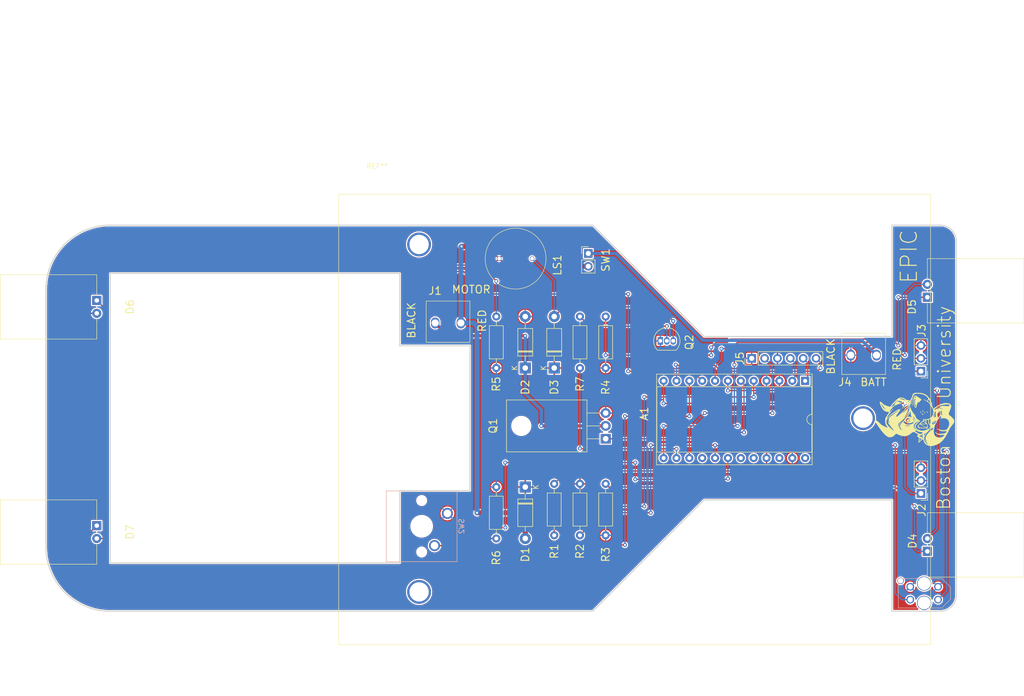
<source format=kicad_pcb>
(kicad_pcb (version 20240108) (generator "pcbnew") (generator_version "8.0")
  (layers (0 "F.Cu" signal) (31 "B.Cu" signal) (34 "B.Paste" user) (35 "F.Paste" user) (36 "B.SilkS" user "B.Silkscreen") (37 "F.SilkS" user "F.Silkscreen") (38 "B.Mask" user) (39 "F.Mask" user) (44 "Edge.Cuts" user))
  (net 0 "")
  (net 1 "/RXI")
  (net 2 "/TXO")
  (net 3 "GND")
  (net 4 "Net-(A1-D2)")
  (net 5 "Net-(A1-D3)")
  (net 6 "Net-(A1-D4)")
  (net 7 "Net-(A1-D5)")
  (net 8 "Net-(A1-D6)")
  (net 9 "Net-(A1-D7)")
  (net 10 "/DTR")
  (net 11 "Net-(A1-D9)")
  (net 12 "Net-(A1-D10)")
  (net 13 "Net-(A1-D16)")
  (net 14 "/CTS")
  (net 15 "/A0")
  (net 16 "Net-(A1-A1)")
  (net 17 "+5V")
  (net 18 "Net-(J4-Pin_1)")
  (net 19 "Net-(D1-A)")
  (net 20 "Net-(D2-K)")
  (net 21 "Net-(U1-A)")
  (net 22 "Net-(D4-K)")
  (net 23 "Net-(D5-K)")
  (net 24 "Net-(D6-K)")
  (net 25 "Net-(D7-K)")
  (net 26 "Net-(D3-A)")
  (net 27 "Net-(Q2-B)")
  (footprint "my_terminal:Wuerth_WR-WTB_64800211622_1x02_P1.50mm_Vertical" (layer "F.Cu") (at 233.934 75.565 180)
    (property "Reference" "J4" (at 3.683 -5.334 0) (layer "F.SilkS") (effects (font (size 1.524 1.524) (thickness 0.2032))))
    (property "Value" "Screw_Terminal_01x02")
    (pad "1" thru_hole oval (at -2.54 0 180) (size 1.651 2.159) (drill 1.397) (layers "*.Cu" "*.Mask") (net 18 "Net-(J4-Pin_1)"))
    (pad "2" thru_hole oval (at 2.54 0 180) (size 1.651 2.159) (drill 1.397) (layers "*.Cu" "*.Mask") (net 3 "GND"))
  )
  (footprint "my_10mm_led:LED_D10.0mm_white" (layer "F.Cu") (at 246.508 114.3 90)
    (property "Reference" "D4" (at 2.032 -2.922 90) (layer "F.SilkS") (effects (font (size 1.524 1.524) (thickness 0.2032))))
    (property "Value" "LED_White_10mm")
    (pad "1" thru_hole rect (at 0 0 90) (size 1.8 1.8) (drill 0.9) (layers "*.Cu" "*.Mask") (net 22 "Net-(D4-K)"))
    (pad "2" thru_hole circle (at 2.54 0 90) (size 1.8 1.8) (drill 0.9) (layers "*.Cu" "*.Mask") (net 6 "Net-(A1-D4)"))
  )
  (footprint "Connector_PinHeader_2.54mm:PinHeader_1x03_P2.54mm_Vertical" (layer "F.Cu") (at 245.238 102.87 180)
    (property "Reference" "J2" (at -0.126 -3.302 90) (layer "F.SilkS") (effects (font (size 1.524 1.524) (thickness 0.2032))))
    (property "Value" "Conn_01x03")
    (pad "1" thru_hole rect (at 0 0 180) (size 1.7 1.7) (drill 1) (layers "*.Cu" "*.Mask") (net 11 "Net-(A1-D9)"))
    (pad "2" thru_hole oval (at 0 2.54 180) (size 1.7 1.7) (drill 1) (layers "*.Cu" "*.Mask") (net 17 "+5V"))
    (pad "3" thru_hole oval (at 0 5.08 180) (size 1.7 1.7) (drill 1) (layers "*.Cu" "*.Mask") (net 3 "GND"))
  )
  (footprint "my_10mm_led:LED_D10.0mm_red" (layer "F.Cu") (at 82.55 109.22 -90)
    (property "Reference" "D7" (at 1.27 -6.56 -90) (layer "F.SilkS") (effects (font (size 1.524 1.524) (thickness 0.2032))))
    (property "Value" "LED_Red_10mm")
    (pad "1" thru_hole rect (at 0 0 270) (size 1.8 1.8) (drill 0.9) (layers "*.Cu" "*.Mask") (net 25 "Net-(D7-K)"))
    (pad "2" thru_hole circle (at 2.54 0 270) (size 1.8 1.8) (drill 0.9) (layers "*.Cu" "*.Mask") (net 9 "Net-(A1-D7)"))
  )
  (footprint "Resistor_THT:R_Axial_DIN0207_L6.3mm_D2.5mm_P10.16mm_Horizontal" (layer "F.Cu") (at 177.928 67.945 -90)
    (property "Reference" "R7" (at 13.335 0 90) (layer "F.SilkS") (effects (font (size 1.524 1.524) (thickness 0.2032))))
    (property "Value" "470")
    (pad "1" thru_hole circle (at 0 0 270) (size 1.6 1.6) (drill 0.8) (layers "*.Cu" "*.Mask") (net 27 "Net-(Q2-B)"))
    (pad "2" thru_hole oval (at 10.16 0 270) (size 1.6 1.6) (drill 0.8) (layers "*.Cu" "*.Mask") (net 13 "Net-(A1-D16)"))
  )
  (footprint "Diode_THT:D_DO-41_SOD81_P10.16mm_Horizontal" (layer "F.Cu") (at 167.133 78.105 90)
    (property "Reference" "D2" (at -3.81 0 90) (layer "F.SilkS") (effects (font (size 1.524 1.524) (thickness 0.2032))))
    (property "Value" "1N4004")
    (fp_text user "K" (at 0 -2.1 90) (layer "F.SilkS"))
    (pad "1" thru_hole rect (at 0 0 90) (size 2.2 2.2) (drill 1.1) (layers "*.Cu" "*.Mask") (net 20 "Net-(D2-K)"))
    (pad "2" thru_hole oval (at 10.16 0 90) (size 2.2 2.2) (drill 1.1) (layers "*.Cu" "*.Mask") (net 3 "GND"))
  )
  (footprint "Connector_PinHeader_2.54mm:PinHeader_1x03_P2.54mm_Vertical" (layer "F.Cu") (at 245.238 78.74 180)
    (property "Reference" "J3" (at -0.126 8.001 90) (layer "F.SilkS") (effects (font (size 1.524 1.524) (thickness 0.2032))))
    (property "Value" "Conn_01x03")
    (pad "1" thru_hole rect (at 0 0 180) (size 1.7 1.7) (drill 1) (layers "*.Cu" "*.Mask") (net 12 "Net-(A1-D10)"))
    (pad "2" thru_hole oval (at 0 2.54 180) (size 1.7 1.7) (drill 1) (layers "*.Cu" "*.Mask") (net 17 "+5V"))
    (pad "3" thru_hole oval (at 0 5.08 180) (size 1.7 1.7) (drill 1) (layers "*.Cu" "*.Mask") (net 3 "GND"))
  )
  (footprint "Diode_THT:D_DO-41_SOD81_P10.16mm_Horizontal" (layer "F.Cu") (at 167.133 101.6 -90)
    (property "Reference" "D1" (at 13.335 0 90) (layer "F.SilkS") (effects (font (size 1.524 1.524) (thickness 0.2032))))
    (property "Value" "1N4004")
    (fp_text user "K" (at 0 -2.1 90) (layer "F.SilkS"))
    (pad "1" thru_hole rect (at 0 0 270) (size 2.2 2.2) (drill 1.1) (layers "*.Cu" "*.Mask") (net 17 "+5V"))
    (pad "2" thru_hole oval (at 10.16 0 270) (size 2.2 2.2) (drill 1.1) (layers "*.Cu" "*.Mask") (net 19 "Net-(D1-A)"))
  )
  (footprint "MountingHole:MountingHole_2.7mm_M2.5_DIN965_Pad" (layer "F.Cu") (at 233.808 88.009)
    (property "Reference" "H2" (hide yes))
    (property "Value" "MountingHole")
    (pad "1" thru_hole circle (at 0 0) (size 4.7 4.7) (drill 2.7) (layers "*.Cu" "*.Mask"))
  )
  (footprint "Resistor_THT:R_Axial_DIN0207_L6.3mm_D2.5mm_P10.16mm_Horizontal" (layer "F.Cu") (at 183.008 67.945 -90)
    (property "Reference" "R4" (at 13.97 0 90) (layer "F.SilkS") (effects (font (size 1.524 1.524) (thickness 0.2032))))
    (property "Value" "200")
    (pad "1" thru_hole circle (at 0 0 270) (size 1.6 1.6) (drill 0.8) (layers "*.Cu" "*.Mask") (net 23 "Net-(D5-K)"))
    (pad "2" thru_hole oval (at 10.16 0 270) (size 1.6 1.6) (drill 0.8) (layers "*.Cu" "*.Mask") (net 3 "GND"))
  )
  (footprint "rhett_logo:rhett_logo" (layer "F.Cu") (at 243.968 88.265 90)
    (property "Reference" "N1" (hide yes))
    (property "Value" "Housing" (hide yes))
  )
  (footprint "Resistor_THT:R_Axial_DIN0207_L6.3mm_D2.5mm_P10.16mm_Horizontal" (layer "F.Cu") (at 177.928 111.125 90)
    (property "Reference" "R2" (at -3.175 0 90) (layer "F.SilkS") (effects (font (size 1.524 1.524) (thickness 0.2032))))
    (property "Value" "240")
    (pad "1" thru_hole circle (at 0 0 90) (size 1.6 1.6) (drill 0.8) (layers "*.Cu" "*.Mask") (net 15 "/A0"))
    (pad "2" thru_hole oval (at 10.16 0 90) (size 1.6 1.6) (drill 0.8) (layers "*.Cu" "*.Mask") (net 17 "+5V"))
  )
  (footprint "Resistor_THT:R_Axial_DIN0207_L6.3mm_D2.5mm_P10.16mm_Horizontal" (layer "F.Cu") (at 172.848 111.125 90)
    (property "Reference" "R1" (at -3.175 0 90) (layer "F.SilkS") (effects (font (size 1.524 1.524) (thickness 0.2032))))
    (property "Value" "150")
    (pad "1" thru_hole circle (at 0 0 90) (size 1.6 1.6) (drill 0.8) (layers "*.Cu" "*.Mask") (net 4 "Net-(A1-D2)"))
    (pad "2" thru_hole oval (at 10.16 0 90) (size 1.6 1.6) (drill 0.8) (layers "*.Cu" "*.Mask") (net 21 "Net-(U1-A)"))
  )
  (footprint "my_arduino:pro_micro_socket" (layer "F.Cu") (at 222.383 80.64 -90)
    (property "Reference" "A1" (at 6.482 31.756 -90) (layer "F.SilkS") (effects (font (size 1.524 1.524) (thickness 0.2032))))
    (property "Value" "Arduino_Pro_Micro")
    (pad "1" thru_hole rect (at 0 0 270) (size 1.6 1.6) (drill 0.8) (layers "*.Cu" "*.Mask") (net 1 "/RXI"))
    (pad "2" thru_hole oval (at 0 2.54 270) (size 1.6 1.6) (drill 0.8) (layers "*.Cu" "*.Mask") (net 2 "/TXO"))
    (pad "3" thru_hole oval (at 0 5.08 270) (size 1.6 1.6) (drill 0.8) (layers "*.Cu" "*.Mask") (net 3 "GND"))
    (pad "4" thru_hole oval (at 0 7.62 270) (size 1.6 1.6) (drill 0.8) (layers "*.Cu" "*.Mask") (net 3 "GND"))
    (pad "5" thru_hole oval (at 0 10.16 270) (size 1.6 1.6) (drill 0.8) (layers "*.Cu" "*.Mask") (net 4 "Net-(A1-D2)"))
    (pad "6" thru_hole oval (at 0 12.7 270) (size 1.6 1.6) (drill 0.8) (layers "*.Cu" "*.Mask") (net 5 "Net-(A1-D3)"))
    (pad "7" thru_hole oval (at 0 15.24 270) (size 1.6 1.6) (drill 0.8) (layers "*.Cu" "*.Mask") (net 6 "Net-(A1-D4)"))
    (pad "8" thru_hole oval (at 0 17.78 270) (size 1.6 1.6) (drill 0.8) (layers "*.Cu" "*.Mask") (net 7 "Net-(A1-D5)"))
    (pad "9" thru_hole oval (at 0 20.32 270) (size 1.6 1.6) (drill 0.8) (layers "*.Cu" "*.Mask") (net 8 "Net-(A1-D6)"))
    (pad "10" thru_hole oval (at 0 22.86 270) (size 1.6 1.6) (drill 0.8) (layers "*.Cu" "*.Mask") (net 9 "Net-(A1-D7)"))
    (pad "11" thru_hole oval (at 0 25.4 270) (size 1.6 1.6) (drill 0.8) (layers "*.Cu" "*.Mask") (net 10 "/DTR"))
    (pad "12" thru_hole oval (at 0 27.94 270) (size 1.6 1.6) (drill 0.8) (layers "*.Cu" "*.Mask") (net 11 "Net-(A1-D9)"))
    (pad "13" thru_hole oval (at 15.24 27.94 270) (size 1.6 1.6) (drill 0.8) (layers "*.Cu" "*.Mask") (net 12 "Net-(A1-D10)"))
    (pad "14" thru_hole oval (at 15.24 25.4 270) (size 1.6 1.6) (drill 0.8) (layers "*.Cu" "*.Mask") (net 13 "Net-(A1-D16)"))
    (pad "15" thru_hole oval (at 15.24 22.86 270) (size 1.6 1.6) (drill 0.8) (layers "*.Cu" "*.Mask") (net 14 "/CTS"))
    (pad "16" thru_hole oval (at 15.24 20.32 270) (size 1.6 1.6) (drill 0.8) (layers "*.Cu" "*.Mask"))
    (pad "17" thru_hole oval (at 15.24 17.78 270) (size 1.6 1.6) (drill 0.8) (layers "*.Cu" "*.Mask") (net 15 "/A0"))
    (pad "18" thru_hole oval (at 15.24 15.24 270) (size 1.6 1.6) (drill 0.8) (layers "*.Cu" "*.Mask") (net 16 "Net-(A1-A1)"))
    (pad "19" thru_hole oval (at 15.24 12.7 270) (size 1.6 1.6) (drill 0.8) (layers "*.Cu" "*.Mask"))
    (pad "20" thru_hole oval (at 15.24 10.16 270) (size 1.6 1.6) (drill 0.8) (layers "*.Cu" "*.Mask"))
    (pad "21" thru_hole oval (at 15.24 7.62 270) (size 1.6 1.6) (drill 0.8) (layers "*.Cu" "*.Mask") (net 17 "+5V"))
    (pad "22" thru_hole oval (at 15.24 5.08 270) (size 1.6 1.6) (drill 0.8) (layers "*.Cu" "*.Mask"))
    (pad "23" thru_hole oval (at 15.24 2.54 270) (size 1.6 1.6) (drill 0.8) (layers "*.Cu" "*.Mask") (net 3 "GND"))
    (pad "24" thru_hole oval (at 15.24 0 270) (size 1.6 1.6) (drill 0.8) (layers "*.Cu" "*.Mask"))
  )
  (footprint "MountingHole:MountingHole_2.7mm_M2.5_DIN965_Pad" (layer "F.Cu") (at 146.178 53.719)
    (property "Reference" "H1" (hide yes))
    (property "Value" "MountingHole")
    (pad "1" thru_hole circle (at 0 0) (size 4.7 4.7) (drill 2.7) (layers "*.Cu" "*.Mask"))
  )
  (footprint "Package_TO_SOT_THT:TO-92_Inline" (layer "F.Cu") (at 193.803 72.75)
    (property "Reference" "Q2" (at 5.714 0.275 90) (layer "F.SilkS") (effects (font (size 1.524 1.524) (thickness 0.2032))))
    (property "Value" "2N3904")
    (pad "1" thru_hole rect (at 0 0) (size 1.05 1.5) (drill 0.75) (layers "*.Cu" "*.Mask") (net 3 "GND"))
    (pad "2" thru_hole oval (at 1.27 0) (size 1.05 1.5) (drill 0.75) (layers "*.Cu" "*.Mask") (net 27 "Net-(Q2-B)"))
    (pad "3" thru_hole oval (at 2.54 0) (size 1.05 1.5) (drill 0.75) (layers "*.Cu" "*.Mask") (net 26 "Net-(D3-A)"))
  )
  (footprint "my_terminal:Wuerth_WR-WTB_64800211622_1x02_P1.50mm_Vertical" (layer "F.Cu") (at 151.893 69.215 180)
    (property "Reference" "J1" (at 2.54 6.35 180) (layer "F.SilkS") (effects (font (size 1.524 1.524) (thickness 0.2032))))
    (property "Value" "Screw_Terminal_01x02")
    (pad "1" thru_hole oval (at -2.54 0 180) (size 1.651 2.159) (drill 1.397) (layers "*.Cu" "*.Mask") (net 19 "Net-(D1-A)"))
    (pad "2" thru_hole oval (at 2.54 0 180) (size 1.651 2.159) (drill 1.397) (layers "*.Cu" "*.Mask") (net 20 "Net-(D2-K)"))
  )
  (footprint "MountingHole:MountingHole_2.7mm_M2.5_DIN965_Pad" (layer "F.Cu") (at 146.178 122.299)
    (property "Reference" "H3" (hide yes))
    (property "Value" "MountingHole")
    (pad "1" thru_hole circle (at 0 0) (size 4.7 4.7) (drill 2.7) (layers "*.Cu" "*.Mask"))
  )
  (footprint "my_terminal:speaker_d12mm_h8.5_p6.5" (layer "F.Cu") (at 165.228 56.515)
    (property "Reference" "LS1" (at 8.255 1.27 90) (layer "F.SilkS") (effects (font (size 1.524 1.524) (thickness 0.2032))))
    (property "Value" "Speaker")
    (pad "1" thru_hole circle (at -3.25 0) (size 0.9 0.9) (drill 0.7) (layers "*.Cu" "*.Mask") (net 17 "+5V"))
    (pad "2" thru_hole circle (at 3.25 0) (size 0.9 0.9) (drill 0.7) (layers "*.Cu" "*.Mask") (net 26 "Net-(D3-A)"))
  )
  (footprint "my_10mm_led:LED_D10.0mm_red" (layer "F.Cu") (at 82.55 64.77 -90)
    (property "Reference" "D6" (at 1.27 -6.56 90) (layer "F.SilkS") (effects (font (size 1.524 1.524) (thickness 0.2032))))
    (property "Value" "LED_Red_10mm")
    (pad "1" thru_hole rect (at 0 0 270) (size 1.8 1.8) (drill 0.9) (layers "*.Cu" "*.Mask") (net 24 "Net-(D6-K)"))
    (pad "2" thru_hole circle (at 2.54 0 270) (size 1.8 1.8) (drill 0.9) (layers "*.Cu" "*.Mask") (net 8 "Net-(A1-D6)"))
  )
  (footprint "Resistor_THT:R_Axial_DIN0207_L6.3mm_D2.5mm_P10.16mm_Horizontal" (layer "F.Cu") (at 161.418 111.76 90)
    (property "Reference" "R6" (at -3.81 0 90) (layer "F.SilkS") (effects (font (size 1.524 1.524) (thickness 0.2032))))
    (property "Value" "330")
    (pad "1" thru_hole circle (at 0 0 90) (size 1.6 1.6) (drill 0.8) (layers "*.Cu" "*.Mask") (net 25 "Net-(D7-K)"))
    (pad "2" thru_hole oval (at 10.16 0 90) (size 1.6 1.6) (drill 0.8) (layers "*.Cu" "*.Mask") (net 3 "GND"))
  )
  (footprint "Resistor_THT:R_Axial_DIN0207_L6.3mm_D2.5mm_P10.16mm_Horizontal" (layer "F.Cu") (at 183.008 100.965 -90)
    (property "Reference" "R3" (at 13.97 0 90) (layer "F.SilkS") (effects (font (size 1.524 1.524) (thickness 0.2032))))
    (property "Value" "200")
    (pad "1" thru_hole circle (at 0 0 270) (size 1.6 1.6) (drill 0.8) (layers "*.Cu" "*.Mask") (net 22 "Net-(D4-K)"))
    (pad "2" thru_hole oval (at 10.16 0 270) (size 1.6 1.6) (drill 0.8) (layers "*.Cu" "*.Mask") (net 3 "GND"))
  )
  (footprint "Package_TO_SOT_THT:TO-220-3_Horizontal_TabDown" (layer "F.Cu") (at 183.008 92.075 90)
    (property "Reference" "Q1" (at 2.54 -22.225 90) (layer "F.SilkS") (effects (font (size 1.524 1.524) (thickness 0.2032))))
    (property "Value" "IRF540N")
    (pad "" np_thru_hole oval (at 2.54 -16.66 90) (size 3.5 3.5) (drill 3.5) (layers "*.Cu" "*.Mask"))
    (pad "1" thru_hole rect (at 0 0 90) (size 1.905 2) (drill 1.1) (layers "*.Cu" "*.Mask") (net 5 "Net-(A1-D3)"))
    (pad "2" thru_hole oval (at 2.54 0 90) (size 1.905 2) (drill 1.1) (layers "*.Cu" "*.Mask") (net 20 "Net-(D2-K)"))
    (pad "3" thru_hole oval (at 5.08 0 90) (size 1.905 2) (drill 1.1) (layers "*.Cu" "*.Mask") (net 3 "GND"))
  )
  (footprint "my_10mm_led:LED_D10.0mm_white" (layer "F.Cu") (at 246.508 64.135 90)
    (property "Reference" "D5" (at -1.905 -3.049 90) (layer "F.SilkS") (effects (font (size 1.524 1.524) (thickness 0.2032))))
    (property "Value" "LED_White_10mm")
    (pad "1" thru_hole rect (at 0 0 90) (size 1.8 1.8) (drill 0.9) (layers "*.Cu" "*.Mask") (net 23 "Net-(D5-K)"))
    (pad "2" thru_hole circle (at 2.54 0 90) (size 1.8 1.8) (drill 0.9) (layers "*.Cu" "*.Mask") (net 7 "Net-(A1-D5)"))
  )
  (footprint "car_as:car_as" (layer "F.Cu") (at 107.443 5.713)
    (property "Reference" "REF**" (at 30.48 32.56 0) (layer "F.SilkS") (effects (font (thickness 0.1))))
    (property "Value" "car_as")
    (pad "" np_thru_hole circle (at 38.735 48.006) (size 3.81 3.81) (drill 3.81) (layers "F&B.Cu" "*.Mask"))
    (pad "" np_thru_hole circle (at 38.735 116.586) (size 3.81 3.81) (drill 3.81) (layers "F&B.Cu" "*.Mask"))
    (pad "" np_thru_hole circle (at 126.365 82.296) (size 3.81 3.81) (drill 3.81) (layers "F&B.Cu" "*.Mask"))
  )
  (footprint "Connector_PinHeader_2.54mm:PinHeader_1x06_P2.54mm_Vertical" (layer "F.Cu") (at 211.836 76.2 90)
    (property "Reference" "J5" (at 0 -2.33 90) (layer "F.SilkS") (effects (font (size 1.524 1.524) (thickness 0.2032))))
    (property "Value" "Conn_01x06")
    (pad "1" thru_hole rect (at 0 0 90) (size 1.7 1.7) (drill 1) (layers "*.Cu" "*.Mask") (net 3 "GND"))
    (pad "2" thru_hole oval (at 0 2.54 90) (size 1.7 1.7) (drill 1) (layers "*.Cu" "*.Mask") (net 14 "/CTS"))
    (pad "3" thru_hole oval (at 0 5.08 90) (size 1.7 1.7) (drill 1) (layers "*.Cu" "*.Mask") (net 17 "+5V"))
    (pad "4" thru_hole oval (at 0 7.62 90) (size 1.7 1.7) (drill 1) (layers "*.Cu" "*.Mask") (net 2 "/TXO"))
    (pad "5" thru_hole oval (at 0 10.16 90) (size 1.7 1.7) (drill 1) (layers "*.Cu" "*.Mask") (net 1 "/RXI"))
    (pad "6" thru_hole oval (at 0 12.7 90) (size 1.7 1.7) (drill 1) (layers "*.Cu" "*.Mask") (net 10 "/DTR"))
  )
  (footprint "Diode_THT:D_DO-41_SOD81_P10.16mm_Horizontal" (layer "F.Cu") (at 172.848 78.105 90)
    (property "Reference" "D3" (at -3.81 0 90) (layer "F.SilkS") (effects (font (size 1.524 1.524) (thickness 0.2032))))
    (property "Value" "1N4004")
    (fp_text user "K" (at 0 -2.1 90) (layer "F.SilkS"))
    (pad "1" thru_hole rect (at 0 0 90) (size 2.2 2.2) (drill 1.1) (layers "*.Cu" "*.Mask") (net 17 "+5V"))
    (pad "2" thru_hole oval (at 10.16 0 90) (size 2.2 2.2) (drill 1.1) (layers "*.Cu" "*.Mask") (net 26 "Net-(D3-A)"))
  )
  (footprint "Resistor_THT:R_Axial_DIN0207_L6.3mm_D2.5mm_P10.16mm_Horizontal" (layer "F.Cu") (at 161.418 67.945 -90)
    (property "Reference" "R5" (at 13.335 0 90) (layer "F.SilkS") (effects (font (size 1.524 1.524) (thickness 0.2032))))
    (property "Value" "330")
    (pad "1" thru_hole circle (at 0 0 270) (size 1.6 1.6) (drill 0.8) (layers "*.Cu" "*.Mask") (net 24 "Net-(D6-K)"))
    (pad "2" thru_hole oval (at 10.16 0 270) (size 1.6 1.6) (drill 0.8) (layers "*.Cu" "*.Mask") (net 3 "GND"))
  )
  (footprint "Connector_PinHeader_2.54mm:PinHeader_1x02_P2.54mm_Vertical" (layer "F.Cu") (at 179.578 55.494)
    (property "Reference" "SW1" (at 3.429 1.275 90) (layer "F.SilkS") (effects (font (size 1.524 1.524) (thickness 0.2032))))
    (property "Value" "SW_SPST")
    (pad "1" thru_hole rect (at 0 0) (size 1.7 1.7) (drill 1) (layers "*.Cu" "*.Mask") (net 18 "Net-(J4-Pin_1)"))
    (pad "2" thru_hole oval (at 0 2.54) (size 1.7 1.7) (drill 1) (layers "*.Cu" "*.Mask") (net 19 "Net-(D1-A)"))
  )
  (footprint "my_opto:TCRT5000" (layer "B.Cu") (at 245.873 122.555)
    (property "Reference" "U1" (hide yes))
    (property "Value" "TCRT5000")
    (pad "1" thru_hole circle (at 2.7432 1.27) (size 1.524 1.524) (drill 1.016) (layers "*.Cu" "*.Mask") (net 21 "Net-(U1-A)"))
    (pad "2" thru_hole circle (at 2.7432 -1.27) (size 1.524 1.524) (drill 1.016) (layers "*.Cu" "*.Mask") (net 3 "GND"))
    (pad "3" thru_hole circle (at -2.7432 1.27) (size 1.524 1.524) (drill 1.016) (layers "*.Cu" "*.Mask") (net 15 "/A0"))
    (pad "4" thru_hole circle (at -2.7432 -1.27) (size 1.524 1.524) (drill 1.016) (layers "*.Cu" "*.Mask") (net 3 "GND"))
    (pad "5" thru_hole circle (at 0 1.905) (size 2.794 2.794) (drill 2.54) (layers "*.Cu" "*.Mask"))
    (pad "6" thru_hole circle (at 0 -1.905) (size 2.794 2.794) (drill 2.54) (layers "*.Cu" "*.Mask"))
    (pad "7" thru_hole circle (at -4.6482 -2.4384) (size 1.27 1.27) (drill 1.016) (layers "*.Cu" "*.Mask"))
  )
  (footprint "my_cherry:SW_Cherry_MX_1.00u_PCB" (layer "B.Cu") (at 151.765 106.807 90)
    (property "Reference" "SW2" (at -2.54 2.794 90) (layer "B.SilkS") (effects (justify mirror)))
    (property "Value" "SW_Push")
    (pad "" np_thru_hole circle (at -7.62 -5.08 90) (size 1.7 1.7) (drill 1.7) (layers "*.Cu" "*.Mask"))
    (pad "" np_thru_hole circle (at -2.54 -5.08 90) (size 4 4) (drill 4) (layers "*.Cu" "*.Mask"))
    (pad "" np_thru_hole circle (at 2.54 -5.08 90) (size 1.7 1.7) (drill 1.7) (layers "*.Cu" "*.Mask"))
    (pad "1" thru_hole circle (at 0 0 90) (size 2.2 2.2) (drill 1.5) (layers "*.Cu" "*.Mask") (net 3 "GND"))
    (pad "2" thru_hole circle (at -6.35 -2.54 90) (size 2.2 2.2) (drill 1.5) (layers "*.Cu" "*.Mask") (net 16 "Net-(A1-A1)"))
  )
  (gr_line (start 252.222 122.935999) (end 252.222 53.086) (stroke (width 0.2)) (layer "Edge.Cuts"))
  (gr_line (start 142.367 102.3112) (end 156.218371 102.3112) (stroke (width 0.2)) (layer "Edge.Cuts"))
  (gr_line (start 239.522 104.142) (end 239.522 126.111) (stroke (width 0.2)) (layer "Edge.Cuts"))
  (gr_line (start 85.216998 126.111) (end 180.467 126.111) (stroke (width 0.2)) (layer "Edge.Cuts"))
  (gr_line (start 202.436 104.142) (end 239.522 104.142) (stroke (width 0.2)) (layer "Edge.Cuts"))
  (gr_line (start 85.217 59.436) (end 142.367 59.436) (stroke (width 0.2)) (layer "Edge.Cuts"))
  (gr_line (start 142.367 73.7108) (end 156.218371 73.7108) (stroke (width 0.2)) (layer "Edge.Cuts"))
  (gr_line (start 202.436 71.88) (end 239.522 71.88) (stroke (width 0.2)) (layer "Edge.Cuts"))
  (gr_line (start 239.522 49.911) (end 249.047002 49.911) (stroke (width 0.2)) (layer "Edge.Cuts"))
  (gr_line (start 85.217 104.142) (end 85.217 59.436) (stroke (width 0.2)) (layer "Edge.Cuts"))
  (gr_arc (start 72.517 62.611) (mid 76.236744 53.630744) (end 85.217 49.911) (stroke (width 0.2)) (layer "Edge.Cuts"))
  (gr_arc (start 252.222 122.936) (mid 251.292064 125.181064) (end 249.047 126.111) (stroke (width 0.2)) (layer "Edge.Cuts"))
  (gr_arc (start 249.047 49.911) (mid 251.292064 50.840936) (end 252.222 53.086) (stroke (width 0.2)) (layer "Edge.Cuts"))
  (gr_line (start 142.367 59.436) (end 142.367 73.7108) (stroke (width 0.2)) (layer "Edge.Cuts"))
  (gr_line (start 142.367 102.3112) (end 142.367 116.586) (stroke (width 0.2)) (layer "Edge.Cuts"))
  (gr_line (start 239.522 126.111) (end 249.047 126.111) (stroke (width 0.2)) (layer "Edge.Cuts"))
  (gr_line (start 180.467 49.911) (end 85.217002 49.911) (stroke (width 0.2)) (layer "Edge.Cuts"))
  (gr_arc (start 85.217002 126.111) (mid 76.236744 122.391257) (end 72.517 113.411) (stroke (width 0.2)) (layer "Edge.Cuts"))
  (gr_line (start 180.467 49.911) (end 202.436 71.88) (stroke (width 0.2)) (layer "Edge.Cuts"))
  (gr_line (start 85.217 116.586) (end 142.367 116.586) (stroke (width 0.2)) (layer "Edge.Cuts"))
  (gr_line (start 85.217 116.586) (end 85.217 104.142) (stroke (width 0.2)) (layer "Edge.Cuts"))
  (gr_line (start 156.218371 102.3112) (end 156.218371 73.7108) (stroke (width 0.2)) (layer "Edge.Cuts"))
  (gr_line (start 72.517 62.611) (end 72.517 113.411) (stroke (width 0.2)) (layer "Edge.Cuts"))
  (gr_line (start 239.522 49.911) (end 239.522 71.88) (stroke (width 0.2)) (layer "Edge.Cuts"))
  (gr_line (start 180.467 126.111) (end 202.436 104.142) (stroke (width 0.2)) (layer "Edge.Cuts"))
  (gr_text "BLACK" (at 228.346 79.502 90) (layer "F.SilkS") (effects (font (size 1.524 1.524) (thickness 0.2032)) (justify left bottom)))
  (gr_text "EPIC" (at 244.729 61.595 90) (layer "F.SilkS") (effects (font (size 3.175 3.175) (thickness 0.2032)) (justify left bottom)))
  (gr_text "Boston" (at 251.206 99.695 90) (layer "F.SilkS") (effects (font (size 2.54 2.54) (thickness 0.2032)) (justify bottom)))
  (gr_text "University" (at 251.333 75.057 90) (layer "F.SilkS") (effects (font (size 2.54 2.54) (thickness 0.2032)) (justify bottom)))
  (gr_text "BATT" (at 233.172 81.788 0) (layer "F.SilkS") (effects (font (size 1.524 1.524) (thickness 0.2032)) (justify left bottom)))
  (gr_text "MOTOR" (at 152.528 63.5 0) (layer "F.SilkS") (effects (font (size 1.524 1.524) (thickness 0.2032)) (justify left bottom)))
  (gr_text "RED" (at 241.428 78.74 90) (layer "F.SilkS") (effects (font (size 1.524 1.524) (thickness 0.2032)) (justify left bottom)))
  (gr_text "RED" (at 159.513 71.12 90) (layer "F.SilkS") (effects (font (size 1.524 1.524) (thickness 0.2032)) (justify left bottom)))
  (gr_text "BLACK" (at 145.543 72.39 90) (layer "F.SilkS") (effects (font (size 1.524 1.524) (thickness 0.2032)) (justify left bottom)))
  (segment (start 221.996 76.2) (end 222.885 77.089) (width 0.254) (layer "B.Cu") (net 1))
  (segment (start 222.885 80.138) (end 222.383 80.64) (width 0.254) (layer "B.Cu") (net 1))
  (segment (start 222.885 77.089) (end 222.885 80.138) (width 0.254) (layer "B.Cu") (net 1))
  (segment (start 220.345 77.089) (end 220.345 80.138) (width 0.254) (layer "B.Cu") (net 2))
  (segment (start 220.345 80.138) (end 219.843 80.64) (width 0.254) (layer "B.Cu") (net 2))
  (segment (start 219.456 76.2) (end 220.345 77.089) (width 0.254) (layer "B.Cu") (net 2))
  (segment (start 172.848 109.855) (end 177.293 105.41) (width 0.254) (layer "F.Cu") (net 4))
  (segment (start 190.628 83.82) (end 212.218 83.82) (width 0.254) (layer "F.Cu") (net 4))
  (segment (start 172.848 111.125) (end 172.848 109.855) (width 0.254) (layer "F.Cu") (net 4))
  (segment (start 177.293 105.41) (end 190.628 105.41) (width 0.254) (layer "F.Cu") (net 4))
  (via (at 190.628 83.82) (size 0.7874) (drill 0.4064) (layers "F.Cu" "B.Cu") (net 4))
  (via (at 212.218 83.82) (size 0.7874) (drill 0.4064) (layers "F.Cu" "B.Cu") (net 4))
  (via (at 190.628 105.41) (size 0.7874) (drill 0.4064) (layers "F.Cu" "B.Cu") (net 4))
  (segment (start 190.628 105.41) (end 190.628 83.82) (width 0.254) (layer "B.Cu") (net 4))
  (segment (start 212.223 83.815) (end 212.223 80.64) (width 0.254) (layer "B.Cu") (net 4))
  (segment (start 212.218 83.82) (end 212.223 83.815) (width 0.254) (layer "B.Cu") (net 4))
  (segment (start 205.233 90.805) (end 210.313 90.805) (width 0.254) (layer "F.Cu") (net 5))
  (segment (start 183.008 92.075) (end 203.963 92.075) (width 0.254) (layer "F.Cu") (net 5))
  (segment (start 203.963 92.075) (end 205.233 90.805) (width 0.254) (layer "F.Cu") (net 5))
  (via (at 210.313 90.805) (size 0.7874) (drill 0.4064) (layers "F.Cu" "B.Cu") (net 5))
  (segment (start 210.313 81.27) (end 209.683 80.64) (width 0.254) (layer "B.Cu") (net 5))
  (segment (start 210.313 90.805) (end 210.313 81.27) (width 0.254) (layer "B.Cu") (net 5))
  (segment (start 248.413 82.55) (end 207.138 82.55) (width 0.254) (layer "F.Cu") (net 6))
  (via (at 248.413 82.55) (size 0.7874) (drill 0.4064) (layers "F.Cu" "B.Cu") (net 6))
  (via (at 207.138 82.55) (size 0.7874) (drill 0.4064) (layers "F.Cu" "B.Cu") (net 6))
  (segment (start 207.138 80.645) (end 207.143 80.64) (width 0.254) (layer "B.Cu") (net 6))
  (segment (start 246.508 111.76) (end 248.413 109.855) (width 0.254) (layer "B.Cu") (net 6))
  (segment (start 248.413 109.855) (end 248.413 82.55) (width 0.254) (layer "B.Cu") (net 6))
  (segment (start 207.138 82.55) (end 207.138 80.645) (width 0.254) (layer "B.Cu") (net 6))
  (segment (start 241.678776 75.565) (end 242.063 75.565) (width 0.254) (layer "F.Cu") (net 7))
  (segment (start 209.043 73.025) (end 239.138776 73.025) (width 0.254) (layer "F.Cu") (net 7))
  (segment (start 239.138776 73.025) (end 241.678776 75.565) (width 0.254) (layer "F.Cu") (net 7))
  (segment (start 205.867 74.295) (end 207.773 74.295) (width 0.254) (layer "F.Cu") (net 7))
  (segment (start 207.773 74.295) (end 209.043 73.025) (width 0.254) (layer "F.Cu") (net 7))
  (via (at 205.867 74.295) (size 0.7874) (drill 0.4064) (layers "F.Cu" "B.Cu") (net 7))
  (via (at 242.063 75.565) (size 0.7874) (drill 0.4064) (layers "F.Cu" "B.Cu") (net 7))
  (segment (start 242.063 63.5) (end 243.968 61.595) (width 0.254) (layer "B.Cu") (net 7))
  (segment (start 204.603 80.64) (end 204.603 77.845) (width 0.254) (layer "B.Cu") (net 7))
  (segment (start 243.968 61.595) (end 246.508 61.595) (width 0.254) (layer "B.Cu") (net 7))
  (segment (start 205.867 76.581) (end 205.867 74.295) (width 0.254) (layer "B.Cu") (net 7))
  (segment (start 204.603 77.845) (end 205.867 76.581) (width 0.254) (layer "B.Cu") (net 7))
  (segment (start 242.063 75.565) (end 242.063 63.5) (width 0.254) (layer "B.Cu") (net 7))
  (segment (start 159.385 63.5) (end 187.453 63.5) (width 0.254) (layer "F.Cu") (net 8))
  (segment (start 144.145 59.055) (end 154.94 59.055) (width 0.254) (layer "F.Cu") (net 8))
  (segment (start 154.94 59.055) (end 159.385 63.5) (width 0.254) (layer "F.Cu") (net 8))
  (segment (start 187.453 78.74) (end 200.163 78.74) (width 0.254) (layer "F.Cu") (net 8))
  (segment (start 77.47 58.095) (end 79.665 55.9) (width 0.254) (layer "F.Cu") (net 8))
  (segment (start 200.163 78.74) (end 202.063 80.64) (width 0.254) (layer "F.Cu") (net 8))
  (segment (start 140.99 55.9) (end 144.145 59.055) (width 0.254) (layer "F.Cu") (net 8))
  (segment (start 79.375 67.31) (end 77.47 65.405) (width 0.254) (layer "F.Cu") (net 8))
  (segment (start 79.665 55.9) (end 140.99 55.9) (width 0.254) (layer "F.Cu") (net 8))
  (segment (start 82.55 67.31) (end 79.375 67.31) (width 0.254) (layer "F.Cu") (net 8))
  (segment (start 77.47 65.405) (end 77.47 58.095) (width 0.254) (layer "F.Cu") (net 8))
  (via (at 187.453 63.5) (size 0.7874) (drill 0.4064) (layers "F.Cu" "B.Cu") (net 8))
  (via (at 187.453 78.74) (size 0.7874) (drill 0.4064) (layers "F.Cu" "B.Cu") (net 8))
  (segment (start 187.453 63.5) (end 187.453 78.74) (width 0.254) (layer "B.Cu") (net 8))
  (segment (start 140.95 122.575) (end 146.05 117.475) (width 0.254) (layer "F.Cu") (net 9))
  (segment (start 186.818 87.63) (end 199.518 87.63) (width 0.254) (layer "F.Cu") (net 9))
  (segment (start 77.851 106.426) (end 77.343 106.934) (width 0.254) (layer "F.Cu") (net 9))
  (segment (start 84.455 111.379) (end 84.455 107.188) (width 0.254) (layer "F.Cu") (net 9))
  (segment (start 77.343 120.142) (end 79.665 122.464) (width 0.254) (layer "F.Cu") (net 9))
  (segment (start 146.05 117.475) (end 181.61 117.475) (width 0.254) (layer "F.Cu") (net 9))
  (segment (start 84.074 111.76) (end 84.455 111.379) (width 0.254) (layer "F.Cu") (net 9))
  (segment (start 84.455 107.188) (end 83.693 106.426) (width 0.254) (layer "F.Cu") (net 9))
  (segment (start 79.665 122.575) (end 140.95 122.575) (width 0.254) (layer "F.Cu") (net 9))
  (segment (start 77.343 106.934) (end 77.343 120.142) (width 0.254) (layer "F.Cu") (net 9))
  (segment (start 181.61 117.475) (end 186.055 113.03) (width 0.254) (layer "F.Cu") (net 9))
  (segment (start 79.665 122.464) (end 79.665 122.575) (width 0.254) (layer "F.Cu") (net 9))
  (segment (start 83.693 106.426) (end 77.851 106.426) (width 0.254) (layer "F.Cu") (net 9))
  (segment (start 82.55 111.76) (end 84.074 111.76) (width 0.254) (layer "F.Cu") (net 9))
  (segment (start 186.055 113.03) (end 186.818 113.03) (width 0.254) (layer "F.Cu") (net 9))
  (via (at 186.818 113.03) (size 0.7874) (drill 0.4064) (layers "F.Cu" "B.Cu") (net 9))
  (via (at 199.518 87.63) (size 0.7874) (drill 0.4064) (layers "F.Cu" "B.Cu") (net 9))
  (via (at 186.818 87.63) (size 0.7874) (drill 0.4064) (layers "F.Cu" "B.Cu") (net 9))
  (segment (start 199.523 87.625) (end 199.523 80.64) (width 0.254) (layer "B.Cu") (net 9))
  (segment (start 186.818 113.03) (end 186.818 87.63) (width 0.254) (layer "B.Cu") (net 9))
  (segment (start 199.518 87.63) (end 199.523 87.625) (width 0.254) (layer "B.Cu") (net 9))
  (segment (start 205.74 78.74) (end 204.597 77.597) (width 0.254) (layer "F.Cu") (net 10))
  (segment (start 225.425 78.105) (end 224.79 78.74) (width 0.254) (layer "F.Cu") (net 10))
  (segment (start 196.977 77.597) (end 196.85 77.47) (width 0.254) (layer "F.Cu") (net 10))
  (segment (start 224.79 78.74) (end 205.74 78.74) (width 0.254) (layer "F.Cu") (net 10))
  (segment (start 204.597 77.597) (end 196.977 77.597) (width 0.254) (layer "F.Cu") (net 10))
  (via (at 196.85 77.47) (size 0.7874) (drill 0.4064) (layers "F.Cu" "B.Cu") (net 10))
  (via (at 225.425 78.105) (size 0.7874) (drill 0.4064) (layers "F.Cu" "B.Cu") (net 10))
  (segment (start 196.85 77.47) (end 196.983 77.603) (width 0.254) (layer "B.Cu") (net 10))
  (segment (start 196.983 77.603) (end 196.983 80.64) (width 0.254) (layer "B.Cu") (net 10))
  (segment (start 224.536 76.2) (end 225.425 77.089) (width 0.254) (layer "B.Cu") (net 10))
  (segment (start 225.425 77.089) (end 225.425 78.105) (width 0.254) (layer "B.Cu") (net 10))
  (segment (start 242.063 85.09) (end 194.438 85.09) (width 0.254) (layer "F.Cu") (net 11))
  (via (at 194.438 85.09) (size 0.7874) (drill 0.4064) (layers "F.Cu" "B.Cu") (net 11))
  (via (at 242.063 85.09) (size 0.7874) (drill 0.4064) (layers "F.Cu" "B.Cu") (net 11))
  (segment (start 245.238 102.87) (end 243.333 102.87) (width 0.254) (layer "B.Cu") (net 11))
  (segment (start 243.333 102.87) (end 242.063 101.6) (width 0.254) (layer "B.Cu") (net 11))
  (segment (start 194.438 85.09) (end 194.443 85.085) (width 0.254) (layer "B.Cu") (net 11))
  (segment (start 194.443 85.085) (end 194.443 80.64) (width 0.254) (layer "B.Cu") (net 11))
  (segment (start 242.063 101.6) (end 242.063 85.09) (width 0.254) (layer "B.Cu") (net 11))
  (segment (start 242.698 78.74) (end 237.618 73.66) (width 0.254) (layer "F.Cu") (net 12))
  (segment (start 208.408 75.437) (end 208.408 77.47) (width 0.254) (layer "F.Cu") (net 12))
  (segment (start 237.618 73.66) (end 210.185 73.66) (width 0.254) (layer "F.Cu") (net 12))
  (segment (start 210.185 73.66) (end 208.408 75.437) (width 0.254) (layer "F.Cu") (net 12))
  (segment (start 245.238 78.74) (end 242.698 78.74) (width 0.254) (layer "F.Cu") (net 12))
  (segment (start 209.043 89.535) (end 194.438 89.535) (width 0.254) (layer "F.Cu") (net 12))
  (via (at 208.408 77.47) (size 0.7874) (drill 0.4064) (layers "F.Cu" "B.Cu") (net 12))
  (via (at 194.438 89.535) (size 0.7874) (drill 0.4064) (layers "F.Cu" "B.Cu") (net 12))
  (via (at 209.043 89.535) (size 0.7874) (drill 0.4064) (layers "F.Cu" "B.Cu") (net 12))
  (segment (start 208.408 77.47) (end 208.408 88.9) (width 0.254) (layer "B.Cu") (net 12))
  (segment (start 208.408 88.9) (end 209.043 89.535) (width 0.254) (layer "B.Cu") (net 12))
  (segment (start 194.443 89.54) (end 194.443 95.88) (width 0.254) (layer "B.Cu") (net 12))
  (segment (start 194.438 89.535) (end 194.443 89.54) (width 0.254) (layer "B.Cu") (net 12))
  (segment (start 177.928 93.98) (end 178.0137 94.0657) (width 0.254) (layer "F.Cu") (net 13))
  (segment (start 196.978 94.0657) (end 196.978 94.0652) (width 0.254) (layer "F.Cu") (net 13))
  (segment (start 178.0137 94.0657) (end 196.978 94.0657) (width 0.254) (layer "F.Cu") (net 13))
  (via (at 177.928 93.98) (size 0.7874) (drill 0.4064) (layers "F.Cu" "B.Cu") (net 13))
  (via (at 196.978 94.0652) (size 0.7874) (drill 0.4064) (layers "F.Cu" "B.Cu") (net 13))
  (segment (start 177.928 78.105) (end 177.928 93.98) (width 0.254) (layer "B.Cu") (net 13))
  (segment (start 196.978 95.875) (end 196.983 95.88) (width 0.254) (layer "B.Cu") (net 13))
  (segment (start 196.978 94.0652) (end 196.978 95.875) (width 0.254) (layer "B.Cu") (net 13))
  (segment (start 215.9 86.995) (end 202.565 86.995) (width 0.254) (layer "F.Cu") (net 14))
  (via (at 202.565 86.995) (size 0.7874) (drill 0.4064) (layers "F.Cu" "B.Cu") (net 14))
  (via (at 215.9 86.995) (size 0.7874) (drill 0.4064) (layers "F.Cu" "B.Cu") (net 14))
  (segment (start 199.523 90.037) (end 199.523 95.88) (width 0.254) (layer "B.Cu") (net 14))
  (segment (start 215.9 77.724) (end 215.9 86.995) (width 0.254) (layer "B.Cu") (net 14))
  (segment (start 202.565 86.995) (end 199.523 90.037) (width 0.254) (layer "B.Cu") (net 14))
  (segment (start 214.376 76.2) (end 215.9 77.724) (width 0.254) (layer "B.Cu") (net 14))
  (segment (start 240.158 93.345) (end 240.0723 93.4307) (width 0.254) (layer "F.Cu") (net 15))
  (segment (start 240.0723 93.4307) (end 204.6837 93.4307) (width 0.254) (layer "F.Cu") (net 15))
  (segment (start 204.6837 93.4307) (end 204.598 93.345) (width 0.254) (layer "F.Cu") (net 15))
  (segment (start 177.928 111.125) (end 182.373 106.68) (width 0.254) (layer "F.Cu") (net 15))
  (segment (start 182.373 106.68) (end 191.898 106.68) (width 0.254) (layer "F.Cu") (net 15))
  (segment (start 191.898 93.345) (end 204.598 93.345) (width 0.254) (layer "F.Cu") (net 15))
  (via (at 191.898 106.68) (size 0.7874) (drill 0.4064) (layers "F.Cu" "B.Cu") (net 15))
  (via (at 240.158 93.345) (size 0.7874) (drill 0.4064) (layers "F.Cu" "B.Cu") (net 15))
  (via (at 191.898 93.345) (size 0.7874) (drill 0.4064) (layers "F.Cu" "B.Cu") (net 15))
  (via (at 204.598 93.345) (size 0.7874) (drill 0.4064) (layers "F.Cu" "B.Cu") (net 15))
  (segment (start 243.1298 123.825) (end 241.428 123.825) (width 0.254) (layer "B.Cu") (net 15))
  (segment (start 204.598 93.345) (end 204.598 95.875) (width 0.254) (layer "B.Cu") (net 15))
  (segment (start 191.898 106.68) (end 191.898 93.345) (width 0.254) (layer "B.Cu") (net 15))
  (segment (start 240.158 122.555) (end 240.158 93.345) (width 0.254) (layer "B.Cu") (net 15))
  (segment (start 204.598 95.875) (end 204.603 95.88) (width 0.254) (layer "B.Cu") (net 15))
  (segment (start 241.428 123.825) (end 240.158 122.555) (width 0.254) (layer "B.Cu") (net 15))
  (segment (start 163.195 96.774) (end 188.849 96.774) (width 0.254) (layer "F.Cu") (net 16))
  (segment (start 188.849 100.076) (end 207.01 100.076) (width 0.254) (layer "F.Cu") (net 16))
  (segment (start 151.384 113.157) (end 154.94 109.601) (width 0.254) (layer "F.Cu") (net 16))
  (segment (start 149.225 113.157) (end 151.384 113.157) (width 0.254) (layer "F.Cu") (net 16))
  (segment (start 207.01 100.076) (end 207.137 99.949) (width 0.254) (layer "F.Cu") (net 16))
  (segment (start 154.94 109.601) (end 163.195 109.601) (width 0.254) (layer "F.Cu") (net 16))
  (via (at 207.137 99.949) (size 0.7874) (drill 0.4064) (layers "F.Cu" "B.Cu") (net 16))
  (via (at 163.195 96.774) (size 0.7874) (drill 0.4064) (layers "F.Cu" "B.Cu") (net 16))
  (via (at 188.849 100.076) (size 0.7874) (drill 0.4064) (layers "F.Cu" "B.Cu") (net 16))
  (via (at 163.195 109.601) (size 0.7874) (drill 0.4064) (layers "F.Cu" "B.Cu") (net 16))
  (via (at 188.849 96.774) (size 0.7874) (drill 0.4064) (layers "F.Cu" "B.Cu") (net 16))
  (segment (start 207.143 99.943) (end 207.143 95.88) (width 0.254) (layer "B.Cu") (net 16))
  (segment (start 188.849 96.774) (end 188.849 100.076) (width 0.254) (layer "B.Cu") (net 16))
  (segment (start 163.195 109.601) (end 163.195 96.774) (width 0.254) (layer "B.Cu") (net 16))
  (segment (start 207.137 99.949) (end 207.143 99.943) (width 0.254) (layer "B.Cu") (net 16))
  (segment (start 236.474 75.565) (end 233.553 72.644) (width 0.635) (layer "B.Cu") (net 18))
  (segment (start 185.034 55.494) (end 179.578 55.494) (width 0.635) (layer "B.Cu") (net 18))
  (segment (start 233.553 72.644) (end 202.184 72.644) (width 0.635) (layer "B.Cu") (net 18))
  (segment (start 202.184 72.644) (end 185.034 55.494) (width 0.635) (layer "B.Cu") (net 18))
  (segment (start 167.133 109.855) (end 163.958 106.68) (width 1.016) (layer "F.Cu") (net 19))
  (segment (start 163.958 106.68) (end 157.608 106.68) (width 1.016) (layer "F.Cu") (net 19))
  (segment (start 176.017 58.034) (end 179.578 58.034) (width 1.016) (layer "F.Cu") (net 19))
  (segment (start 167.133 111.76) (end 167.133 109.855) (width 1.016) (layer "F.Cu") (net 19))
  (segment (start 154.559 54.102) (end 172.085 54.102) (width 1.016) (layer "F.Cu") (net 19))
  (segment (start 172.085 54.102) (end 176.017 58.034) (width 1.016) (layer "F.Cu") (net 19))
  (via (at 154.559 54.102) (size 0.7874) (drill 0.4064) (layers "F.Cu" "B.Cu") (net 19))
  (via (at 157.608 106.68) (size 0.7874) (drill 0.4064) (layers "F.Cu" "B.Cu") (net 19))
  (segment (start 154.433 54.228) (end 154.559 54.102) (width 1.016) (layer "B.Cu") (net 19))
  (segment (start 157.608 106.68) (end 157.608 69.85) (width 1.016) (layer "B.Cu") (net 19))
  (segment (start 157.608 69.85) (end 156.973 69.215) (width 1.016) (layer "B.Cu") (net 19))
  (segment (start 156.973 69.215) (end 154.433 69.215) (width 1.016) (layer "B.Cu") (net 19))
  (segment (start 154.433 69.215) (end 154.433 54.228) (width 1.016) (layer "B.Cu") (net 19))
  (segment (start 149.353 69.215) (end 151.893 71.755) (width 0.635) (layer "F.Cu") (net 20))
  (segment (start 151.893 71.755) (end 167.133 71.755) (width 0.635) (layer "F.Cu") (net 20))
  (segment (start 170.308 89.535) (end 183.008 89.535) (width 0.635) (layer "F.Cu") (net 20))
  (via (at 167.133 71.755) (size 0.7874) (drill 0.4064) (layers "F.Cu" "B.Cu") (net 20))
  (via (at 170.308 89.535) (size 0.7874) (drill 0.4064) (layers "F.Cu" "B.Cu") (net 20))
  (segment (start 167.133 83.185) (end 170.308 86.36) (width 0.635) (layer "B.Cu") (net 20))
  (segment (start 170.308 86.36) (end 170.308 89.535) (width 0.635) (layer "B.Cu") (net 20))
  (segment (start 167.133 78.105) (end 167.133 83.185) (width 0.635) (layer "B.Cu") (net 20))
  (segment (start 167.133 71.755) (end 167.133 78.105) (width 0.635) (layer "B.Cu") (net 20))
  (segment (start 229.363 94.615) (end 250.318 94.615) (width 0.254) (layer "F.Cu") (net 21))
  (segment (start 175.388 98.425) (end 225.553 98.425) (width 0.254) (layer "F.Cu") (net 21))
  (segment (start 225.553 98.425) (end 229.363 94.615) (width 0.254) (layer "F.Cu") (net 21))
  (segment (start 172.848 100.965) (end 175.388 98.425) (width 0.254) (layer "F.Cu") (net 21))
  (via (at 250.318 94.615) (size 0.7874) (drill 0.4064) (layers "F.Cu" "B.Cu") (net 21))
  (segment (start 250.318 94.615) (end 250.318 122.1232) (width 0.254) (layer "B.Cu") (net 21))
  (segment (start 250.318 122.1232) (end 248.6162 123.825) (width 0.254) (layer "B.Cu") (net 21))
  (segment (start 183.643 101.6) (end 240.158 101.6) (width 0.254) (layer "F.Cu") (net 22))
  (segment (start 240.158 101.6) (end 243.968 105.41) (width 0.254) (layer "F.Cu") (net 22))
  (segment (start 183.008 100.965) (end 183.643 101.6) (width 0.254) (layer "F.Cu") (net 22))
  (via (at 243.968 105.41) (size 0.7874) (drill 0.4064) (layers "F.Cu" "B.Cu") (net 22))
  (segment (start 244.603 114.3) (end 246.508 114.3) (width 0.254) (layer "B.Cu") (net 22))
  (segment (start 243.968 113.665) (end 244.603 114.3) (width 0.254) (layer "B.Cu") (net 22))
  (segment (start 243.968 105.41) (end 243.968 113.665) (width 0.254) (layer "B.Cu") (net 22))
  (segment (start 240.793 64.135) (end 246.508 64.135) (width 0.254) (layer "F.Cu") (net 23))
  (segment (start 207.645 72.39) (end 239.523 72.39) (width 0.254) (layer "F.Cu") (net 23))
  (segment (start 204.851 73.025) (end 207.01 73.025) (width 0.254) (layer "F.Cu") (net 23))
  (segment (start 207.01 73.025) (end 207.645 72.39) (width 0.254) (layer "F.Cu") (net 23))
  (segment (start 183.008 75.565) (end 203.835 75.565) (width 0.254) (layer "F.Cu") (net 23))
  (segment (start 239.523 72.39) (end 240.793 73.66) (width 0.254) (layer "F.Cu") (net 23))
  (segment (start 203.835 74.041) (end 204.851 73.025) (width 0.254) (layer "F.Cu") (net 23))
  (via (at 240.793 64.135) (size 0.7874) (drill 0.4064) (layers "F.Cu" "B.Cu") (net 23))
  (via (at 183.008 75.565) (size 0.7874) (drill 0.4064) (layers "F.Cu" "B.Cu") (net 23))
  (via (at 240.793 73.66) (size 0.7874) (drill 0.4064) (layers "F.Cu" "B.Cu") (net 23))
  (via (at 203.835 74.041) (size 0.7874) (drill 0.4064) (layers "F.Cu" "B.Cu") (net 23))
  (via (at 203.835 75.565) (size 0.7874) (drill 0.4064) (layers "F.Cu" "B.Cu") (net 23))
  (segment (start 203.835 75.565) (end 203.835 74.041) (width 0.254) (layer "B.Cu") (net 23))
  (segment (start 183.008 67.945) (end 183.008 75.565) (width 0.254) (layer "B.Cu") (net 23))
  (segment (start 240.793 73.66) (end 240.793 64.135) (width 0.254) (layer "B.Cu") (net 23))
  (segment (start 76.962 69.342) (end 74.93 67.31) (width 0.254) (layer "F.Cu") (net 24))
  (segment (start 83.82 69.342) (end 76.962 69.342) (width 0.254) (layer "F.Cu") (net 24))
  (segment (start 74.93 67.31) (end 74.93 58.095) (width 0.254) (layer "F.Cu") (net 24))
  (segment (start 158.243 57.785) (end 161.418 60.96) (width 0.254) (layer "F.Cu") (net 24))
  (segment (start 139.72 53.36) (end 144.145 57.785) (width 0.254) (layer "F.Cu") (net 24))
  (segment (start 74.93 58.095) (end 79.665 53.36) (width 0.254) (layer "F.Cu") (net 24))
  (segment (start 79.665 53.36) (end 139.72 53.36) (width 0.254) (layer "F.Cu") (net 24))
  (segment (start 84.455 66.675) (end 84.455 68.707) (width 0.254) (layer "F.Cu") (net 24))
  (segment (start 84.455 68.707) (end 83.82 69.342) (width 0.254) (layer "F.Cu") (net 24))
  (segment (start 82.55 64.77) (end 84.455 66.675) (width 0.254) (layer "F.Cu") (net 24))
  (segment (start 144.145 57.785) (end 158.243 57.785) (width 0.254) (layer "F.Cu") (net 24))
  (via (at 161.418 60.96) (size 0.7874) (drill 0.4064) (layers "F.Cu" "B.Cu") (net 24))
  (segment (start 161.418 60.96) (end 161.418 67.945) (width 0.254) (layer "B.Cu") (net 24))
  (segment (start 78.613 113.157) (end 78.613 118.983) (width 0.254) (layer "F.Cu") (net 25))
  (segment (start 156.337 111.76) (end 161.418 111.76) (width 0.254) (layer "F.Cu") (net 25))
  (segment (start 82.55 109.22) (end 78.613 113.157) (width 0.254) (layer "F.Cu") (net 25))
  (segment (start 78.613 118.983) (end 79.665 120.035) (width 0.254) (layer "F.Cu") (net 25))
  (segment (start 151.892 116.205) (end 156.337 111.76) (width 0.254) (layer "F.Cu") (net 25))
  (segment (start 140.95 120.035) (end 144.78 116.205) (width 0.254) (layer "F.Cu") (net 25))
  (segment (start 79.665 120.035) (end 140.95 120.035) (width 0.254) (layer "F.Cu") (net 25))
  (segment (start 144.78 116.205) (end 151.892 116.205) (width 0.254) (layer "F.Cu") (net 25))
  (segment (start 174.753 66.04) (end 172.848 67.945) (width 0.254) (layer "F.Cu") (net 26))
  (segment (start 193.549 66.04) (end 174.753 66.04) (width 0.254) (layer "F.Cu") (net 26))
  (segment (start 196.343 68.834) (end 193.549 66.04) (width 0.254) (layer "F.Cu") (net 26))
  (via (at 196.343 68.834) (size 0.7874) (drill 0.4064) (layers "F.Cu" "B.Cu") (net 26))
  (segment (start 168.478 56.515) (end 172.848 60.885) (width 0.254) (layer "B.Cu") (net 26))
  (segment (start 172.848 60.885) (end 172.848 67.945) (width 0.254) (layer "B.Cu") (net 26))
  (segment (start 196.343 72.75) (end 196.343 68.834) (width 0.254) (layer "B.Cu") (net 26))
  (segment (start 177.928 67.945) (end 179.833 69.85) (width 0.254) (layer "F.Cu") (net 27))
  (segment (start 179.833 69.85) (end 195.073 69.85) (width 0.254) (layer "F.Cu") (net 27))
  (via (at 195.073 69.85) (size 0.7874) (drill 0.4064) (layers "F.Cu" "B.Cu") (net 27))
  (segment (start 195.073 69.85) (end 195.073 72.75) (width 0.254) (layer "B.Cu") (net 27))
  (zone (net 17) (net_name "+5V") (layer "F.Cu") (priority 1) (connect_pads (clearance 0.254)) (min_thickness 0.25) (fill yes (thermal_gap 0.508) (thermal_bridge_width 0.254))
    (polygon (pts (xy 66.675 31.115) (xy 259.843 31.115) (xy 259.843 142.875) (xy 66.675 142.875)))
  )
  (zone (net 3) (net_name "GND") (layer "B.Cu") (connect_pads (clearance 0.254)) (min_thickness 0.25) (fill yes (thermal_gap 0.508) (thermal_bridge_width 0.254))
    (polygon (pts (xy 66.675 31.115) (xy 259.843 31.115) (xy 259.843 142.875) (xy 66.675 142.875)))
  )
)
</source>
